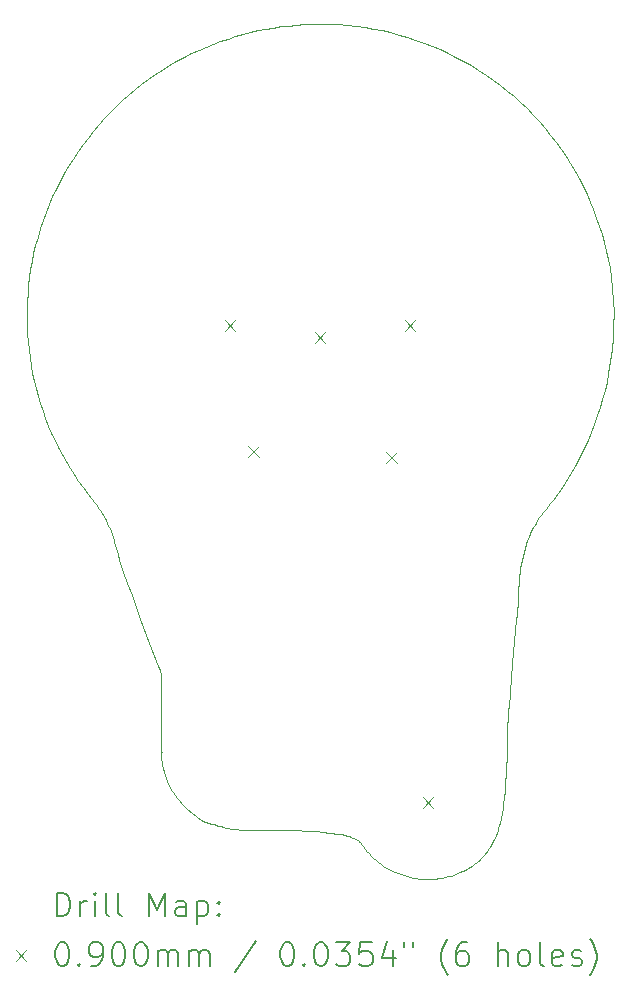
<source format=gbr>
%TF.GenerationSoftware,KiCad,Pcbnew,(6.0.8)*%
%TF.CreationDate,2022-10-01T01:52:23+02:00*%
%TF.ProjectId,ea_logobulb,65615f6c-6f67-46f6-9275-6c622e6b6963,rev?*%
%TF.SameCoordinates,Original*%
%TF.FileFunction,Drillmap*%
%TF.FilePolarity,Positive*%
%FSLAX45Y45*%
G04 Gerber Fmt 4.5, Leading zero omitted, Abs format (unit mm)*
G04 Created by KiCad (PCBNEW (6.0.8)) date 2022-10-01 01:52:23*
%MOMM*%
%LPD*%
G01*
G04 APERTURE LIST*
%ADD10C,0.100000*%
%ADD11C,0.200000*%
%ADD12C,0.090000*%
G04 APERTURE END LIST*
D10*
X13971382Y-5269452D02*
X13978167Y-5269499D01*
X14052056Y-5270818D01*
X14125865Y-5274357D01*
X14199532Y-5280101D01*
X14272995Y-5288035D01*
X14346190Y-5298145D01*
X14419054Y-5310414D01*
X14491526Y-5324828D01*
X14563541Y-5341373D01*
X14635037Y-5360031D01*
X14705951Y-5380790D01*
X14776221Y-5403633D01*
X14845784Y-5428546D01*
X14914576Y-5455514D01*
X14982535Y-5484520D01*
X15049598Y-5515551D01*
X15115702Y-5548592D01*
X15181489Y-5583851D01*
X15246167Y-5621096D01*
X15309683Y-5660284D01*
X15371986Y-5701371D01*
X15433025Y-5744314D01*
X15492749Y-5789069D01*
X15551106Y-5835593D01*
X15608046Y-5883841D01*
X15663517Y-5933770D01*
X15717467Y-5985337D01*
X15769846Y-6038498D01*
X15820603Y-6093209D01*
X15869685Y-6149427D01*
X15917042Y-6207109D01*
X15962622Y-6266209D01*
X16006375Y-6326686D01*
X16047569Y-6387174D01*
X16086921Y-6448869D01*
X16124408Y-6511711D01*
X16160005Y-6575641D01*
X16193689Y-6640600D01*
X16225436Y-6706528D01*
X16255222Y-6773365D01*
X16283024Y-6841052D01*
X16308817Y-6909529D01*
X16332579Y-6978737D01*
X16354284Y-7048616D01*
X16373909Y-7119107D01*
X16391431Y-7190151D01*
X16406826Y-7261687D01*
X16420070Y-7333656D01*
X16431138Y-7405998D01*
X16443053Y-7508257D01*
X16450740Y-7610909D01*
X16454241Y-7713791D01*
X16453596Y-7816736D01*
X16448845Y-7919581D01*
X16440030Y-8022159D01*
X16427189Y-8124306D01*
X16410365Y-8225856D01*
X16395731Y-8298631D01*
X16378991Y-8370944D01*
X16360171Y-8442741D01*
X16339294Y-8513964D01*
X16316385Y-8584561D01*
X16291469Y-8654474D01*
X16264571Y-8723650D01*
X16235716Y-8792034D01*
X16204927Y-8859569D01*
X16172230Y-8926201D01*
X16137650Y-8991875D01*
X16101211Y-9056536D01*
X16062938Y-9120128D01*
X16022856Y-9182597D01*
X15980988Y-9243888D01*
X15937361Y-9303944D01*
X15927840Y-9316803D01*
X15918120Y-9329511D01*
X15898332Y-9354658D01*
X15878488Y-9379757D01*
X15868699Y-9392404D01*
X15859081Y-9405179D01*
X15851750Y-9413020D01*
X15844673Y-9421064D01*
X15837838Y-9429298D01*
X15831231Y-9437709D01*
X15824840Y-9446283D01*
X15818651Y-9455009D01*
X15812653Y-9463872D01*
X15806832Y-9472860D01*
X15795671Y-9491158D01*
X15785066Y-9509798D01*
X15774914Y-9528676D01*
X15765114Y-9547686D01*
X15750457Y-9578926D01*
X15736884Y-9610598D01*
X15724369Y-9642672D01*
X15712890Y-9675114D01*
X15702422Y-9707892D01*
X15692940Y-9740976D01*
X15684421Y-9774333D01*
X15676839Y-9807930D01*
X15670172Y-9841736D01*
X15664394Y-9875719D01*
X15659482Y-9909846D01*
X15655411Y-9944087D01*
X15652157Y-9978408D01*
X15649696Y-10012778D01*
X15648004Y-10047164D01*
X15647056Y-10081536D01*
X15646998Y-10109589D01*
X15646333Y-10137639D01*
X15645021Y-10165665D01*
X15643017Y-10193645D01*
X15640283Y-10221558D01*
X15636774Y-10249383D01*
X15632450Y-10277097D01*
X15627269Y-10304680D01*
X15613092Y-10492150D01*
X15597722Y-10679535D01*
X15565812Y-11054215D01*
X15564310Y-11070583D01*
X15563065Y-11086971D01*
X15560960Y-11119774D01*
X15558735Y-11152563D01*
X15557339Y-11168934D01*
X15555627Y-11185279D01*
X15555308Y-11197277D01*
X15555180Y-11209286D01*
X15555274Y-11233327D01*
X15555467Y-11257380D01*
X15555462Y-11269403D01*
X15555315Y-11281421D01*
X15552717Y-11416770D01*
X15550372Y-11484425D01*
X15547240Y-11552047D01*
X15543253Y-11619620D01*
X15538344Y-11687128D01*
X15532446Y-11754557D01*
X15525491Y-11821891D01*
X15520139Y-11864769D01*
X15514174Y-11907662D01*
X15507304Y-11950445D01*
X15499236Y-11992993D01*
X15489677Y-12035179D01*
X15484246Y-12056098D01*
X15478333Y-12076879D01*
X15471901Y-12097508D01*
X15464912Y-12117967D01*
X15457331Y-12138243D01*
X15449121Y-12158318D01*
X15441946Y-12174099D01*
X15434388Y-12189716D01*
X15426420Y-12205134D01*
X15418019Y-12220317D01*
X15409157Y-12235228D01*
X15399808Y-12249832D01*
X15394943Y-12257008D01*
X15389948Y-12264093D01*
X15384817Y-12271083D01*
X15379549Y-12277974D01*
X15376860Y-12281766D01*
X15374104Y-12285501D01*
X15371288Y-12289184D01*
X15368414Y-12292818D01*
X15362510Y-12299953D01*
X15356427Y-12306934D01*
X15350197Y-12313790D01*
X15343854Y-12320549D01*
X15330957Y-12333888D01*
X15327368Y-12337968D01*
X15323651Y-12341907D01*
X15319819Y-12345719D01*
X15315884Y-12349418D01*
X15311858Y-12353016D01*
X15307755Y-12356528D01*
X15299361Y-12363346D01*
X15290802Y-12369980D01*
X15282175Y-12376540D01*
X15273578Y-12383134D01*
X15265110Y-12389869D01*
X15251971Y-12398632D01*
X15238640Y-12407121D01*
X15225125Y-12415326D01*
X15211432Y-12423237D01*
X15197566Y-12430843D01*
X15183533Y-12438135D01*
X15169339Y-12445102D01*
X15154992Y-12451734D01*
X15129956Y-12462387D01*
X15104509Y-12471990D01*
X15078693Y-12480540D01*
X15052553Y-12488033D01*
X15026131Y-12494464D01*
X14999473Y-12499830D01*
X14972620Y-12504127D01*
X14945616Y-12507349D01*
X14918506Y-12509493D01*
X14891332Y-12510555D01*
X14864138Y-12510531D01*
X14836967Y-12509417D01*
X14809864Y-12507208D01*
X14782872Y-12503901D01*
X14756033Y-12499490D01*
X14729392Y-12493973D01*
X14702824Y-12487444D01*
X14676557Y-12479817D01*
X14650630Y-12471117D01*
X14625082Y-12461365D01*
X14599950Y-12450584D01*
X14575273Y-12438798D01*
X14551090Y-12426028D01*
X14527439Y-12412299D01*
X14504358Y-12397632D01*
X14481885Y-12382050D01*
X14460060Y-12365576D01*
X14438919Y-12348233D01*
X14418503Y-12330044D01*
X14398848Y-12311031D01*
X14379994Y-12291217D01*
X14361978Y-12270625D01*
X14355753Y-12263381D01*
X14349721Y-12255994D01*
X14343861Y-12248478D01*
X14338152Y-12240849D01*
X14332572Y-12233124D01*
X14327098Y-12225318D01*
X14316384Y-12209527D01*
X14311779Y-12203375D01*
X14306794Y-12197663D01*
X14301459Y-12192367D01*
X14295806Y-12187459D01*
X14289864Y-12182915D01*
X14283664Y-12178708D01*
X14277237Y-12174813D01*
X14270612Y-12171204D01*
X14263821Y-12167854D01*
X14256894Y-12164738D01*
X14249861Y-12161831D01*
X14242753Y-12159105D01*
X14228432Y-12154098D01*
X14214177Y-12149508D01*
X14196723Y-12144687D01*
X14179183Y-12140257D01*
X14143877Y-12132481D01*
X14108312Y-12125992D01*
X14072544Y-12120601D01*
X14036628Y-12116120D01*
X14000619Y-12112360D01*
X13928543Y-12106250D01*
X13849180Y-12101618D01*
X13769769Y-12098237D01*
X13610847Y-12094410D01*
X13451857Y-12093131D01*
X13292881Y-12092764D01*
X13266897Y-12089550D01*
X13241762Y-12086032D01*
X13217449Y-12082217D01*
X13193930Y-12078113D01*
X13171177Y-12073730D01*
X13149161Y-12069075D01*
X13127856Y-12064155D01*
X13107233Y-12058980D01*
X13087265Y-12053558D01*
X13067923Y-12047896D01*
X13049180Y-12042003D01*
X13031007Y-12035887D01*
X12996263Y-12023019D01*
X12963468Y-12009356D01*
X12846190Y-11919777D01*
X12836433Y-11910768D01*
X12826840Y-11901585D01*
X12817417Y-11892226D01*
X12808171Y-11882693D01*
X12799111Y-11872986D01*
X12790241Y-11863103D01*
X12781571Y-11853045D01*
X12773106Y-11842813D01*
X12756179Y-11821148D01*
X12740181Y-11798798D01*
X12725129Y-11775807D01*
X12711039Y-11752216D01*
X12697926Y-11728069D01*
X12685807Y-11703407D01*
X12674698Y-11678274D01*
X12664615Y-11652711D01*
X12655574Y-11626761D01*
X12647591Y-11600468D01*
X12640683Y-11573872D01*
X12634864Y-11547017D01*
X12630152Y-11519946D01*
X12626562Y-11492701D01*
X12624110Y-11465324D01*
X12622813Y-11437857D01*
X12622780Y-11433720D01*
X12622654Y-11433258D01*
X12622362Y-11431588D01*
X12622227Y-11429857D01*
X12622228Y-11428163D01*
X12622343Y-11426605D01*
X12622550Y-11425285D01*
X12622708Y-11424721D01*
X12622780Y-11433720D01*
X12622867Y-11434037D01*
X12623127Y-11434764D01*
X12623438Y-11435425D01*
X12623802Y-11436009D01*
X12624223Y-11436502D01*
X12624702Y-11436891D01*
X12625243Y-11437166D01*
X12625848Y-11437312D01*
X12626520Y-11437318D01*
X12627263Y-11437172D01*
X12628077Y-11436860D01*
X12628968Y-11436370D01*
X12624186Y-11425727D01*
X12624023Y-11424949D01*
X12623853Y-11424367D01*
X12623677Y-11423969D01*
X12623500Y-11423742D01*
X12623323Y-11423675D01*
X12623150Y-11423753D01*
X12622984Y-11423966D01*
X12622827Y-11424301D01*
X12622708Y-11424721D01*
X12620143Y-11103512D01*
X12619885Y-10936331D01*
X12620788Y-10769155D01*
X12618414Y-10761368D01*
X12615864Y-10753614D01*
X12613178Y-10745887D01*
X12610398Y-10738180D01*
X12604717Y-10722795D01*
X12599149Y-10707402D01*
X12524000Y-10507438D01*
X12447788Y-10307862D01*
X12372835Y-10107826D01*
X12336557Y-10007370D01*
X12301465Y-9906481D01*
X12285135Y-9857430D01*
X12269649Y-9808112D01*
X12254776Y-9758603D01*
X12240284Y-9708982D01*
X12234471Y-9684584D01*
X12228072Y-9660332D01*
X12221088Y-9636241D01*
X12213524Y-9612327D01*
X12205384Y-9588604D01*
X12196672Y-9565085D01*
X12187391Y-9541786D01*
X12177546Y-9518721D01*
X12167140Y-9495905D01*
X12156177Y-9473353D01*
X12144662Y-9451078D01*
X12132597Y-9429095D01*
X12119986Y-9407419D01*
X12106835Y-9386064D01*
X12093145Y-9365046D01*
X12078922Y-9344378D01*
X12059155Y-9320096D01*
X12039249Y-9295904D01*
X12019514Y-9271569D01*
X12009806Y-9259275D01*
X12000256Y-9246857D01*
X11960186Y-9193593D01*
X11921590Y-9139256D01*
X11884489Y-9083889D01*
X11848905Y-9027536D01*
X11814859Y-8970240D01*
X11782373Y-8912047D01*
X11751467Y-8852998D01*
X11722163Y-8793138D01*
X11694482Y-8732511D01*
X11668446Y-8671161D01*
X11644075Y-8609130D01*
X11621391Y-8546463D01*
X11600416Y-8483204D01*
X11581170Y-8419396D01*
X11563674Y-8355082D01*
X11547951Y-8290308D01*
X11533659Y-8223936D01*
X11521228Y-8157195D01*
X11510659Y-8090136D01*
X11501953Y-8022812D01*
X11495110Y-7955272D01*
X11490129Y-7887570D01*
X11487012Y-7819755D01*
X11485759Y-7751881D01*
X11486370Y-7683997D01*
X11488846Y-7616157D01*
X11493186Y-7548410D01*
X11499392Y-7480810D01*
X11507464Y-7413406D01*
X11517401Y-7346251D01*
X11529205Y-7279397D01*
X11542876Y-7212894D01*
X11559520Y-7142011D01*
X11578279Y-7071664D01*
X11599125Y-7001911D01*
X11622030Y-6932808D01*
X11646967Y-6864411D01*
X11673907Y-6796778D01*
X11702824Y-6729965D01*
X11733689Y-6664030D01*
X11766475Y-6599027D01*
X11801154Y-6535016D01*
X11837699Y-6472052D01*
X11876082Y-6410191D01*
X11916274Y-6349492D01*
X11958250Y-6290010D01*
X12001980Y-6231803D01*
X12047437Y-6174927D01*
X12093371Y-6120631D01*
X12140866Y-6067706D01*
X12189875Y-6016185D01*
X12240351Y-5966103D01*
X12292246Y-5917493D01*
X12345514Y-5870391D01*
X12400108Y-5824830D01*
X12455981Y-5780845D01*
X12513085Y-5738470D01*
X12571374Y-5697740D01*
X12630800Y-5658687D01*
X12691316Y-5621348D01*
X12752876Y-5585755D01*
X12815432Y-5551944D01*
X12878937Y-5519948D01*
X12943344Y-5489802D01*
X13003650Y-5463503D01*
X13064634Y-5438832D01*
X13126253Y-5415799D01*
X13188461Y-5394413D01*
X13251213Y-5374681D01*
X13314465Y-5356615D01*
X13378171Y-5340222D01*
X13442288Y-5325511D01*
X13506769Y-5312493D01*
X13571571Y-5301175D01*
X13636648Y-5291566D01*
X13701956Y-5283677D01*
X13767450Y-5277515D01*
X13833084Y-5273090D01*
X13898815Y-5270410D01*
X13964597Y-5269486D01*
X13964597Y-5269486D01*
X13967989Y-5269445D01*
X13971382Y-5269452D01*
D11*
D12*
X13163000Y-7778200D02*
X13253000Y-7868200D01*
X13253000Y-7778200D02*
X13163000Y-7868200D01*
X13361120Y-8845000D02*
X13451120Y-8935000D01*
X13451120Y-8845000D02*
X13361120Y-8935000D01*
X13925000Y-7879800D02*
X14015000Y-7969800D01*
X14015000Y-7879800D02*
X13925000Y-7969800D01*
X14529520Y-8895800D02*
X14619520Y-8985800D01*
X14619520Y-8895800D02*
X14529520Y-8985800D01*
X14687000Y-7778200D02*
X14777000Y-7868200D01*
X14777000Y-7778200D02*
X14687000Y-7868200D01*
X14839400Y-11816800D02*
X14929400Y-11906800D01*
X14929400Y-11816800D02*
X14839400Y-11906800D01*
D11*
X11738378Y-12826032D02*
X11738378Y-12626032D01*
X11785997Y-12626032D01*
X11814569Y-12635555D01*
X11833616Y-12654603D01*
X11843140Y-12673651D01*
X11852664Y-12711746D01*
X11852664Y-12740317D01*
X11843140Y-12778413D01*
X11833616Y-12797460D01*
X11814569Y-12816508D01*
X11785997Y-12826032D01*
X11738378Y-12826032D01*
X11938378Y-12826032D02*
X11938378Y-12692698D01*
X11938378Y-12730793D02*
X11947902Y-12711746D01*
X11957426Y-12702222D01*
X11976473Y-12692698D01*
X11995521Y-12692698D01*
X12062188Y-12826032D02*
X12062188Y-12692698D01*
X12062188Y-12626032D02*
X12052664Y-12635555D01*
X12062188Y-12645079D01*
X12071711Y-12635555D01*
X12062188Y-12626032D01*
X12062188Y-12645079D01*
X12185997Y-12826032D02*
X12166949Y-12816508D01*
X12157426Y-12797460D01*
X12157426Y-12626032D01*
X12290759Y-12826032D02*
X12271711Y-12816508D01*
X12262188Y-12797460D01*
X12262188Y-12626032D01*
X12519330Y-12826032D02*
X12519330Y-12626032D01*
X12585997Y-12768889D01*
X12652664Y-12626032D01*
X12652664Y-12826032D01*
X12833616Y-12826032D02*
X12833616Y-12721270D01*
X12824092Y-12702222D01*
X12805045Y-12692698D01*
X12766949Y-12692698D01*
X12747902Y-12702222D01*
X12833616Y-12816508D02*
X12814569Y-12826032D01*
X12766949Y-12826032D01*
X12747902Y-12816508D01*
X12738378Y-12797460D01*
X12738378Y-12778413D01*
X12747902Y-12759365D01*
X12766949Y-12749841D01*
X12814569Y-12749841D01*
X12833616Y-12740317D01*
X12928854Y-12692698D02*
X12928854Y-12892698D01*
X12928854Y-12702222D02*
X12947902Y-12692698D01*
X12985997Y-12692698D01*
X13005045Y-12702222D01*
X13014569Y-12711746D01*
X13024092Y-12730793D01*
X13024092Y-12787936D01*
X13014569Y-12806984D01*
X13005045Y-12816508D01*
X12985997Y-12826032D01*
X12947902Y-12826032D01*
X12928854Y-12816508D01*
X13109807Y-12806984D02*
X13119330Y-12816508D01*
X13109807Y-12826032D01*
X13100283Y-12816508D01*
X13109807Y-12806984D01*
X13109807Y-12826032D01*
X13109807Y-12702222D02*
X13119330Y-12711746D01*
X13109807Y-12721270D01*
X13100283Y-12711746D01*
X13109807Y-12702222D01*
X13109807Y-12721270D01*
D12*
X11390759Y-13110555D02*
X11480759Y-13200555D01*
X11480759Y-13110555D02*
X11390759Y-13200555D01*
D11*
X11776473Y-13046032D02*
X11795521Y-13046032D01*
X11814569Y-13055555D01*
X11824092Y-13065079D01*
X11833616Y-13084127D01*
X11843140Y-13122222D01*
X11843140Y-13169841D01*
X11833616Y-13207936D01*
X11824092Y-13226984D01*
X11814569Y-13236508D01*
X11795521Y-13246032D01*
X11776473Y-13246032D01*
X11757426Y-13236508D01*
X11747902Y-13226984D01*
X11738378Y-13207936D01*
X11728854Y-13169841D01*
X11728854Y-13122222D01*
X11738378Y-13084127D01*
X11747902Y-13065079D01*
X11757426Y-13055555D01*
X11776473Y-13046032D01*
X11928854Y-13226984D02*
X11938378Y-13236508D01*
X11928854Y-13246032D01*
X11919330Y-13236508D01*
X11928854Y-13226984D01*
X11928854Y-13246032D01*
X12033616Y-13246032D02*
X12071711Y-13246032D01*
X12090759Y-13236508D01*
X12100283Y-13226984D01*
X12119330Y-13198413D01*
X12128854Y-13160317D01*
X12128854Y-13084127D01*
X12119330Y-13065079D01*
X12109807Y-13055555D01*
X12090759Y-13046032D01*
X12052664Y-13046032D01*
X12033616Y-13055555D01*
X12024092Y-13065079D01*
X12014569Y-13084127D01*
X12014569Y-13131746D01*
X12024092Y-13150793D01*
X12033616Y-13160317D01*
X12052664Y-13169841D01*
X12090759Y-13169841D01*
X12109807Y-13160317D01*
X12119330Y-13150793D01*
X12128854Y-13131746D01*
X12252664Y-13046032D02*
X12271711Y-13046032D01*
X12290759Y-13055555D01*
X12300283Y-13065079D01*
X12309807Y-13084127D01*
X12319330Y-13122222D01*
X12319330Y-13169841D01*
X12309807Y-13207936D01*
X12300283Y-13226984D01*
X12290759Y-13236508D01*
X12271711Y-13246032D01*
X12252664Y-13246032D01*
X12233616Y-13236508D01*
X12224092Y-13226984D01*
X12214569Y-13207936D01*
X12205045Y-13169841D01*
X12205045Y-13122222D01*
X12214569Y-13084127D01*
X12224092Y-13065079D01*
X12233616Y-13055555D01*
X12252664Y-13046032D01*
X12443140Y-13046032D02*
X12462188Y-13046032D01*
X12481235Y-13055555D01*
X12490759Y-13065079D01*
X12500283Y-13084127D01*
X12509807Y-13122222D01*
X12509807Y-13169841D01*
X12500283Y-13207936D01*
X12490759Y-13226984D01*
X12481235Y-13236508D01*
X12462188Y-13246032D01*
X12443140Y-13246032D01*
X12424092Y-13236508D01*
X12414569Y-13226984D01*
X12405045Y-13207936D01*
X12395521Y-13169841D01*
X12395521Y-13122222D01*
X12405045Y-13084127D01*
X12414569Y-13065079D01*
X12424092Y-13055555D01*
X12443140Y-13046032D01*
X12595521Y-13246032D02*
X12595521Y-13112698D01*
X12595521Y-13131746D02*
X12605045Y-13122222D01*
X12624092Y-13112698D01*
X12652664Y-13112698D01*
X12671711Y-13122222D01*
X12681235Y-13141270D01*
X12681235Y-13246032D01*
X12681235Y-13141270D02*
X12690759Y-13122222D01*
X12709807Y-13112698D01*
X12738378Y-13112698D01*
X12757426Y-13122222D01*
X12766949Y-13141270D01*
X12766949Y-13246032D01*
X12862188Y-13246032D02*
X12862188Y-13112698D01*
X12862188Y-13131746D02*
X12871711Y-13122222D01*
X12890759Y-13112698D01*
X12919330Y-13112698D01*
X12938378Y-13122222D01*
X12947902Y-13141270D01*
X12947902Y-13246032D01*
X12947902Y-13141270D02*
X12957426Y-13122222D01*
X12976473Y-13112698D01*
X13005045Y-13112698D01*
X13024092Y-13122222D01*
X13033616Y-13141270D01*
X13033616Y-13246032D01*
X13424092Y-13036508D02*
X13252664Y-13293651D01*
X13681235Y-13046032D02*
X13700283Y-13046032D01*
X13719330Y-13055555D01*
X13728854Y-13065079D01*
X13738378Y-13084127D01*
X13747902Y-13122222D01*
X13747902Y-13169841D01*
X13738378Y-13207936D01*
X13728854Y-13226984D01*
X13719330Y-13236508D01*
X13700283Y-13246032D01*
X13681235Y-13246032D01*
X13662188Y-13236508D01*
X13652664Y-13226984D01*
X13643140Y-13207936D01*
X13633616Y-13169841D01*
X13633616Y-13122222D01*
X13643140Y-13084127D01*
X13652664Y-13065079D01*
X13662188Y-13055555D01*
X13681235Y-13046032D01*
X13833616Y-13226984D02*
X13843140Y-13236508D01*
X13833616Y-13246032D01*
X13824092Y-13236508D01*
X13833616Y-13226984D01*
X13833616Y-13246032D01*
X13966949Y-13046032D02*
X13985997Y-13046032D01*
X14005045Y-13055555D01*
X14014569Y-13065079D01*
X14024092Y-13084127D01*
X14033616Y-13122222D01*
X14033616Y-13169841D01*
X14024092Y-13207936D01*
X14014569Y-13226984D01*
X14005045Y-13236508D01*
X13985997Y-13246032D01*
X13966949Y-13246032D01*
X13947902Y-13236508D01*
X13938378Y-13226984D01*
X13928854Y-13207936D01*
X13919330Y-13169841D01*
X13919330Y-13122222D01*
X13928854Y-13084127D01*
X13938378Y-13065079D01*
X13947902Y-13055555D01*
X13966949Y-13046032D01*
X14100283Y-13046032D02*
X14224092Y-13046032D01*
X14157426Y-13122222D01*
X14185997Y-13122222D01*
X14205045Y-13131746D01*
X14214569Y-13141270D01*
X14224092Y-13160317D01*
X14224092Y-13207936D01*
X14214569Y-13226984D01*
X14205045Y-13236508D01*
X14185997Y-13246032D01*
X14128854Y-13246032D01*
X14109807Y-13236508D01*
X14100283Y-13226984D01*
X14405045Y-13046032D02*
X14309807Y-13046032D01*
X14300283Y-13141270D01*
X14309807Y-13131746D01*
X14328854Y-13122222D01*
X14376473Y-13122222D01*
X14395521Y-13131746D01*
X14405045Y-13141270D01*
X14414569Y-13160317D01*
X14414569Y-13207936D01*
X14405045Y-13226984D01*
X14395521Y-13236508D01*
X14376473Y-13246032D01*
X14328854Y-13246032D01*
X14309807Y-13236508D01*
X14300283Y-13226984D01*
X14585997Y-13112698D02*
X14585997Y-13246032D01*
X14538378Y-13036508D02*
X14490759Y-13179365D01*
X14614569Y-13179365D01*
X14681235Y-13046032D02*
X14681235Y-13084127D01*
X14757426Y-13046032D02*
X14757426Y-13084127D01*
X15052664Y-13322222D02*
X15043140Y-13312698D01*
X15024092Y-13284127D01*
X15014569Y-13265079D01*
X15005045Y-13236508D01*
X14995521Y-13188889D01*
X14995521Y-13150793D01*
X15005045Y-13103174D01*
X15014569Y-13074603D01*
X15024092Y-13055555D01*
X15043140Y-13026984D01*
X15052664Y-13017460D01*
X15214569Y-13046032D02*
X15176473Y-13046032D01*
X15157426Y-13055555D01*
X15147902Y-13065079D01*
X15128854Y-13093651D01*
X15119330Y-13131746D01*
X15119330Y-13207936D01*
X15128854Y-13226984D01*
X15138378Y-13236508D01*
X15157426Y-13246032D01*
X15195521Y-13246032D01*
X15214569Y-13236508D01*
X15224092Y-13226984D01*
X15233616Y-13207936D01*
X15233616Y-13160317D01*
X15224092Y-13141270D01*
X15214569Y-13131746D01*
X15195521Y-13122222D01*
X15157426Y-13122222D01*
X15138378Y-13131746D01*
X15128854Y-13141270D01*
X15119330Y-13160317D01*
X15471711Y-13246032D02*
X15471711Y-13046032D01*
X15557426Y-13246032D02*
X15557426Y-13141270D01*
X15547902Y-13122222D01*
X15528854Y-13112698D01*
X15500283Y-13112698D01*
X15481235Y-13122222D01*
X15471711Y-13131746D01*
X15681235Y-13246032D02*
X15662188Y-13236508D01*
X15652664Y-13226984D01*
X15643140Y-13207936D01*
X15643140Y-13150793D01*
X15652664Y-13131746D01*
X15662188Y-13122222D01*
X15681235Y-13112698D01*
X15709807Y-13112698D01*
X15728854Y-13122222D01*
X15738378Y-13131746D01*
X15747902Y-13150793D01*
X15747902Y-13207936D01*
X15738378Y-13226984D01*
X15728854Y-13236508D01*
X15709807Y-13246032D01*
X15681235Y-13246032D01*
X15862188Y-13246032D02*
X15843140Y-13236508D01*
X15833616Y-13217460D01*
X15833616Y-13046032D01*
X16014569Y-13236508D02*
X15995521Y-13246032D01*
X15957426Y-13246032D01*
X15938378Y-13236508D01*
X15928854Y-13217460D01*
X15928854Y-13141270D01*
X15938378Y-13122222D01*
X15957426Y-13112698D01*
X15995521Y-13112698D01*
X16014569Y-13122222D01*
X16024092Y-13141270D01*
X16024092Y-13160317D01*
X15928854Y-13179365D01*
X16100283Y-13236508D02*
X16119330Y-13246032D01*
X16157426Y-13246032D01*
X16176473Y-13236508D01*
X16185997Y-13217460D01*
X16185997Y-13207936D01*
X16176473Y-13188889D01*
X16157426Y-13179365D01*
X16128854Y-13179365D01*
X16109807Y-13169841D01*
X16100283Y-13150793D01*
X16100283Y-13141270D01*
X16109807Y-13122222D01*
X16128854Y-13112698D01*
X16157426Y-13112698D01*
X16176473Y-13122222D01*
X16252664Y-13322222D02*
X16262188Y-13312698D01*
X16281235Y-13284127D01*
X16290759Y-13265079D01*
X16300283Y-13236508D01*
X16309807Y-13188889D01*
X16309807Y-13150793D01*
X16300283Y-13103174D01*
X16290759Y-13074603D01*
X16281235Y-13055555D01*
X16262188Y-13026984D01*
X16252664Y-13017460D01*
M02*

</source>
